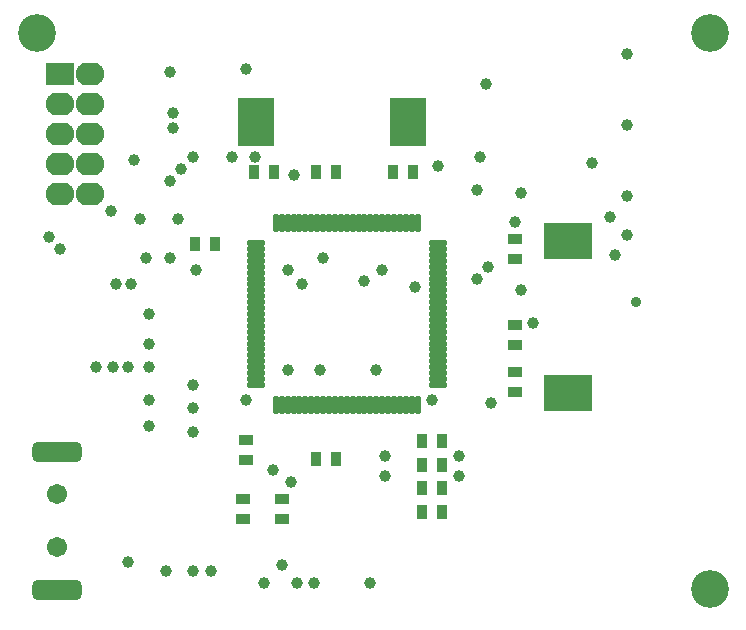
<source format=gbr>
G04*
G04 #@! TF.GenerationSoftware,Altium Limited,Altium Designer,24.4.1 (13)*
G04*
G04 Layer_Color=16711935*
%FSLAX44Y44*%
%MOMM*%
G71*
G04*
G04 #@! TF.SameCoordinates,79D782BA-BD90-4D4D-B637-5DB34664487F*
G04*
G04*
G04 #@! TF.FilePolarity,Negative*
G04*
G01*
G75*
%ADD15R,0.9532X1.2032*%
%ADD19R,3.0532X4.1532*%
%ADD20R,1.2032X0.9532*%
%ADD27O,2.4000X1.9400*%
%ADD28R,2.4000X1.9400*%
G04:AMPARAMS|DCode=29|XSize=4.2032mm|YSize=1.7032mm|CornerRadius=0.4766mm|HoleSize=0mm|Usage=FLASHONLY|Rotation=180.000|XOffset=0mm|YOffset=0mm|HoleType=Round|Shape=RoundedRectangle|*
%AMROUNDEDRECTD29*
21,1,4.2032,0.7500,0,0,180.0*
21,1,3.2500,1.7032,0,0,180.0*
1,1,0.9532,-1.6250,0.3750*
1,1,0.9532,1.6250,0.3750*
1,1,0.9532,1.6250,-0.3750*
1,1,0.9532,-1.6250,-0.3750*
%
%ADD29ROUNDEDRECTD29*%
%ADD30C,1.7032*%
%ADD31C,3.2032*%
%ADD32C,1.0032*%
%ADD33C,0.9032*%
%ADD58O,0.5032X1.6032*%
%ADD59O,1.6032X0.5032*%
%ADD60R,4.1532X3.0532*%
D15*
X1036500Y890000D02*
D03*
X1053500D02*
D03*
X1101500Y1132500D02*
D03*
X1118500D02*
D03*
X1001000D02*
D03*
X984000D02*
D03*
X1053500D02*
D03*
X1036500D02*
D03*
X1126500Y865000D02*
D03*
X1143500D02*
D03*
X1126500Y905000D02*
D03*
X1143500D02*
D03*
X1126500Y885000D02*
D03*
X1143500D02*
D03*
X1126500Y845000D02*
D03*
X1143500D02*
D03*
X951000Y1072000D02*
D03*
X934000D02*
D03*
D19*
X1114250Y1175000D02*
D03*
X985750D02*
D03*
D20*
X1205000Y1059000D02*
D03*
Y1076000D02*
D03*
Y1003500D02*
D03*
Y986500D02*
D03*
Y963500D02*
D03*
Y946500D02*
D03*
X1007500Y839000D02*
D03*
Y856000D02*
D03*
X975000Y856000D02*
D03*
Y839000D02*
D03*
X977500Y906000D02*
D03*
Y889000D02*
D03*
D27*
X845400Y1114200D02*
D03*
Y1139600D02*
D03*
Y1165000D02*
D03*
Y1190400D02*
D03*
Y1215800D02*
D03*
X820000Y1114200D02*
D03*
Y1139600D02*
D03*
Y1165000D02*
D03*
Y1190400D02*
D03*
D28*
Y1215800D02*
D03*
D29*
X817500Y779000D02*
D03*
Y896000D02*
D03*
D30*
Y815000D02*
D03*
Y860000D02*
D03*
D31*
X800000Y1250000D02*
D03*
X1370000D02*
D03*
Y780000D02*
D03*
D32*
X1220000Y1005000D02*
D03*
X1210000Y1032500D02*
D03*
X1205000Y1090000D02*
D03*
X1015000Y870000D02*
D03*
X1000000Y880000D02*
D03*
X1095000Y875000D02*
D03*
Y892500D02*
D03*
X1157500Y875000D02*
D03*
Y892500D02*
D03*
X932500Y912500D02*
D03*
X1285000Y1095000D02*
D03*
X1290000Y1062500D02*
D03*
X1300000Y1112500D02*
D03*
X1140000Y1137500D02*
D03*
X1182500Y1052500D02*
D03*
X1210000Y1115000D02*
D03*
X1172500Y1042500D02*
D03*
X1120000Y1035000D02*
D03*
X1092500Y1050000D02*
D03*
X1077500Y1040000D02*
D03*
X920000Y1092500D02*
D03*
X912500Y1060000D02*
D03*
X892500D02*
D03*
X922500Y1135000D02*
D03*
X895000Y1012500D02*
D03*
Y967500D02*
D03*
Y917500D02*
D03*
Y987500D02*
D03*
Y940000D02*
D03*
X912500Y1125000D02*
D03*
X887500Y1092500D02*
D03*
X880000Y1037500D02*
D03*
X915000Y1182500D02*
D03*
Y1170000D02*
D03*
X977500Y1220000D02*
D03*
X912500Y1217500D02*
D03*
X965000Y1145000D02*
D03*
X932500D02*
D03*
X1017500Y1130000D02*
D03*
X1007500Y800000D02*
D03*
X947500Y795000D02*
D03*
X850000Y967500D02*
D03*
X867500Y1037500D02*
D03*
X865000Y967500D02*
D03*
X877500D02*
D03*
X992500Y785000D02*
D03*
X1020000D02*
D03*
X1035000D02*
D03*
X1082500D02*
D03*
X1185000Y937500D02*
D03*
X862500Y1100000D02*
D03*
X810000Y1077500D02*
D03*
X820000Y1067500D02*
D03*
X935000Y1050000D02*
D03*
X985000Y1145000D02*
D03*
X1175000D02*
D03*
X1180000Y1207500D02*
D03*
X882500Y1142500D02*
D03*
X1042500Y1060000D02*
D03*
X1012500Y1050000D02*
D03*
X1025000Y1037500D02*
D03*
X932500Y795000D02*
D03*
X909200D02*
D03*
X877500Y802500D02*
D03*
X932500Y952500D02*
D03*
Y932500D02*
D03*
X977500Y940000D02*
D03*
X1040000Y965000D02*
D03*
X1012500D02*
D03*
X1087500D02*
D03*
X1135000Y940000D02*
D03*
X1172500Y1117500D02*
D03*
X1300000Y1232500D02*
D03*
Y1172500D02*
D03*
X1270000Y1140000D02*
D03*
X1300000Y1079656D02*
D03*
D33*
X1307500Y1022500D02*
D03*
D58*
X1002500Y935500D02*
D03*
X1007500D02*
D03*
X1012500D02*
D03*
X1017500D02*
D03*
X1022500D02*
D03*
X1027500D02*
D03*
X1032500D02*
D03*
X1037500D02*
D03*
X1042500D02*
D03*
X1047500D02*
D03*
X1052500D02*
D03*
X1057500D02*
D03*
X1062500D02*
D03*
X1067500D02*
D03*
X1117500D02*
D03*
X1107500D02*
D03*
X1102500D02*
D03*
X1097500D02*
D03*
X1112500D02*
D03*
X1092500D02*
D03*
X1087500D02*
D03*
X1082500D02*
D03*
X1077500D02*
D03*
X1072500D02*
D03*
X1122500D02*
D03*
X1002500Y1089500D02*
D03*
X1007500D02*
D03*
X1012500D02*
D03*
X1017500D02*
D03*
X1022500D02*
D03*
X1027500D02*
D03*
X1032500D02*
D03*
X1037500D02*
D03*
X1042500D02*
D03*
X1047500D02*
D03*
X1052500D02*
D03*
X1057500D02*
D03*
X1062500D02*
D03*
X1067500D02*
D03*
X1072500D02*
D03*
X1077500D02*
D03*
X1082500D02*
D03*
X1087500D02*
D03*
X1092500D02*
D03*
X1097500D02*
D03*
X1102500D02*
D03*
X1107500D02*
D03*
X1112500D02*
D03*
X1117500D02*
D03*
X1122500D02*
D03*
D59*
X1139500Y1072500D02*
D03*
Y1067500D02*
D03*
Y1062500D02*
D03*
Y1057500D02*
D03*
Y1052500D02*
D03*
Y1042500D02*
D03*
Y1037500D02*
D03*
Y1032500D02*
D03*
Y1047500D02*
D03*
Y1027500D02*
D03*
Y1022500D02*
D03*
Y1017500D02*
D03*
Y1012500D02*
D03*
Y1007500D02*
D03*
Y1002500D02*
D03*
Y997500D02*
D03*
Y992500D02*
D03*
Y987500D02*
D03*
Y982500D02*
D03*
Y977500D02*
D03*
Y972500D02*
D03*
Y967500D02*
D03*
Y962500D02*
D03*
Y957500D02*
D03*
Y952500D02*
D03*
X985500Y1072500D02*
D03*
Y1067500D02*
D03*
Y1062500D02*
D03*
Y1057500D02*
D03*
Y1052500D02*
D03*
Y1047500D02*
D03*
Y1042500D02*
D03*
Y1037500D02*
D03*
Y1032500D02*
D03*
Y1027500D02*
D03*
Y1022500D02*
D03*
Y1017500D02*
D03*
Y1012500D02*
D03*
Y1002500D02*
D03*
Y997500D02*
D03*
Y992500D02*
D03*
Y987500D02*
D03*
Y982500D02*
D03*
Y977500D02*
D03*
Y972500D02*
D03*
Y967500D02*
D03*
Y962500D02*
D03*
Y957500D02*
D03*
Y952500D02*
D03*
Y1007500D02*
D03*
D60*
X1250000Y1074250D02*
D03*
Y945750D02*
D03*
M02*

</source>
